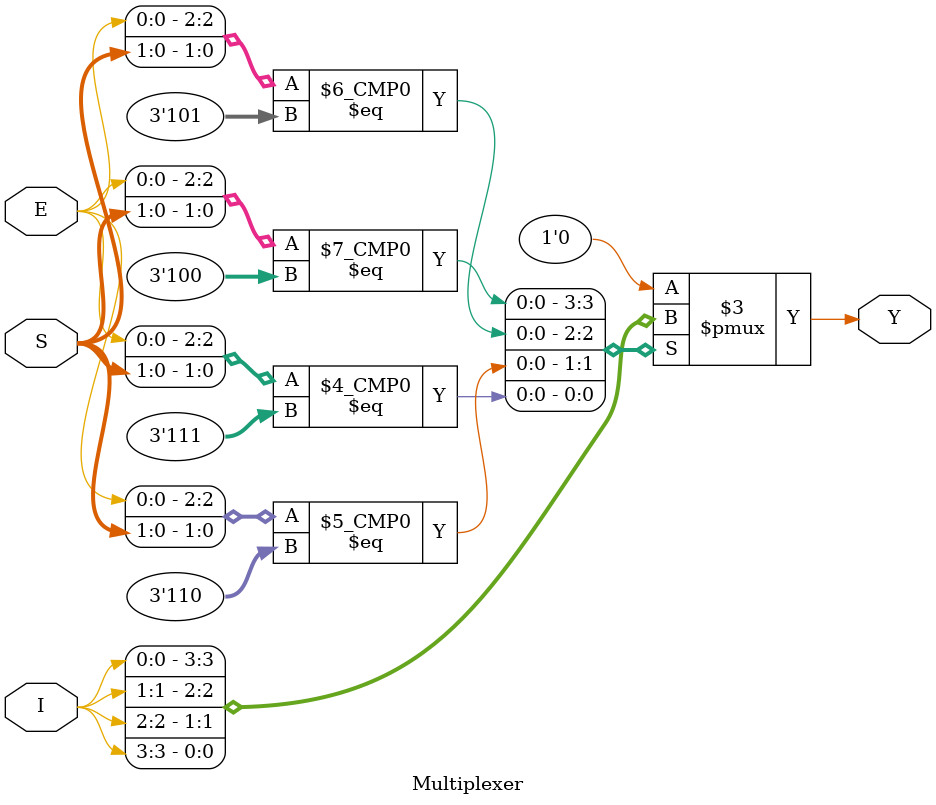
<source format=v>
module Multiplexer(
    input wire [3:0] I,
    input wire [1:0] S,
    input wire E,
    output reg Y
);

// assign Y = E & ((~S[0] & ~S[1] & I[0]) + (S[0] & ~S[1] & I[1]) + (~S[0] & S[1] & I[2]) + (S[0] & S[1] & I[3]));

// always @(*) begin
//     if(E == 1'b0) Y = 1'b0;
//     else if(S == 2'b00) Y = I[0];
//     else if(S == 2'b01) Y = I[1];
//     else if(S == 2'b10) Y = I[2];
//     else if(S == 2'b11) Y = I[3];
//     else Y = 1'b0;
// end

always @(*) begin
    case({E, S})
        3'b100 : Y = I[0];
        3'b101 : Y = I[1];
        3'b110 : Y = I[2];
        3'b111 : Y = I[3];
        default : Y = 1'b0;
    endcase
end

endmodule
</source>
